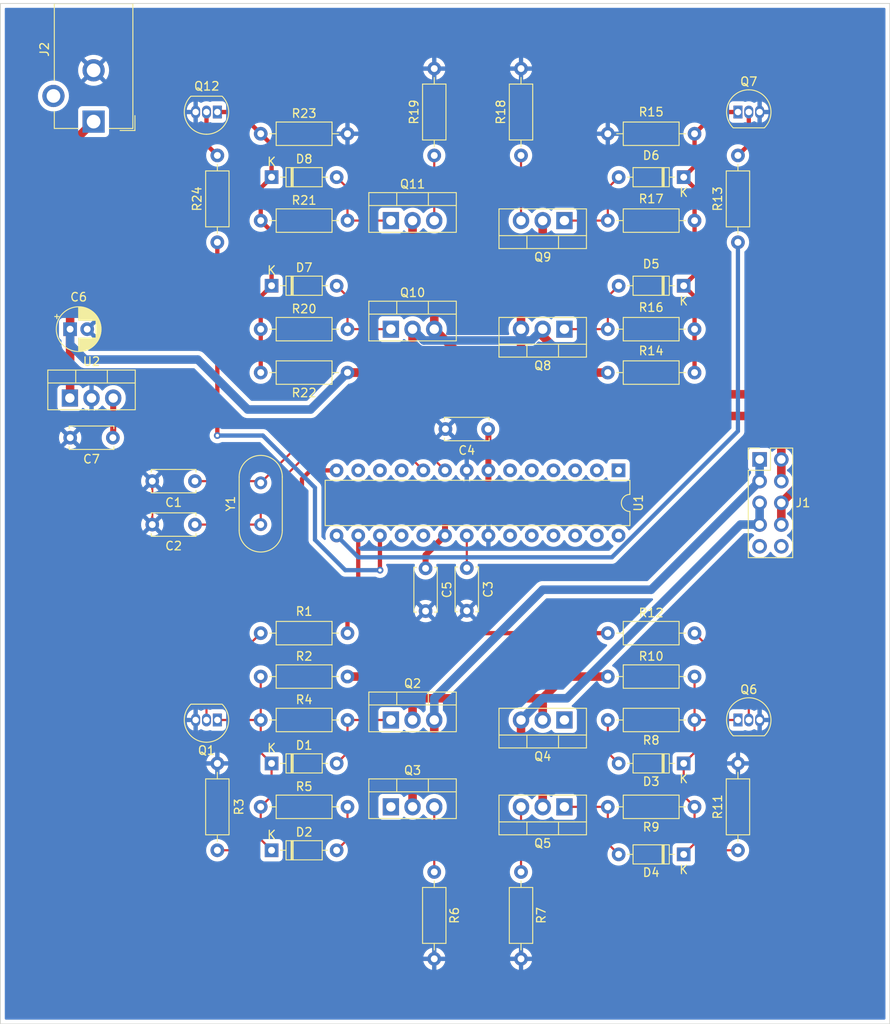
<source format=kicad_pcb>
(kicad_pcb (version 20211014) (generator pcbnew)
  (layers (0 "F.Cu" signal) (31 "B.Cu" signal) (34 "B.Paste" user) (35 "F.Paste" user) (36 "B.SilkS" user "B.Silkscreen") (37 "F.SilkS" user "F.Silkscreen") (38 "B.Mask" user) (39 "F.Mask" user) (44 "Edge.Cuts" user))
  (net 0 "")
  (net 1 "Net-(C1-Pad1)")
  (net 2 "GND")
  (net 3 "Net-(C2-Pad1)")
  (net 4 "Net-(C3-Pad1)")
  (net 5 "+5V")
  (net 6 "+12V")
  (net 7 "Net-(D1-Pad1)")
  (net 8 "Net-(D1-Pad2)")
  (net 9 "Net-(D2-Pad2)")
  (net 10 "Net-(D3-Pad1)")
  (net 11 "Net-(D3-Pad2)")
  (net 12 "Net-(D4-Pad2)")
  (net 13 "Net-(D5-Pad1)")
  (net 14 "Net-(D5-Pad2)")
  (net 15 "Net-(D6-Pad2)")
  (net 16 "Net-(D7-Pad1)")
  (net 17 "Net-(D7-Pad2)")
  (net 18 "Net-(D8-Pad2)")
  (net 19 "Net-(Q1-Pad2)")
  (net 20 "BLACK_1")
  (net 21 "Net-(Q3-Pad3)")
  (net 22 "GREY_1")
  (net 23 "Net-(Q5-Pad3)")
  (net 24 "Net-(Q6-Pad2)")
  (net 25 "Net-(Q7-Pad2)")
  (net 26 "Net-(Q9-Pad3)")
  (net 27 "Net-(Q11-Pad3)")
  (net 28 "Net-(Q12-Pad2)")
  (net 29 "/D8")
  (net 30 "/D10")
  (net 31 "/D9")
  (net 32 "/D11")
  (net 33 "/RESET")
  (net 34 "/D0")
  (net 35 "/D1")
  (net 36 "/D2")
  (net 37 "/D3")
  (net 38 "/D4")
  (net 39 "/D5")
  (net 40 "/D6")
  (net 41 "/D7")
  (net 42 "/D12")
  (net 43 "/D13")
  (net 44 "/A0")
  (net 45 "/A1")
  (net 46 "/A2")
  (net 47 "/A3")
  (net 48 "/A4")
  (net 49 "/A5")
  (footprint "Diode_THT:D_DO-35_SOD27_P7.62mm_Horizontal" (layer "F.Cu") (at 97.79 55.88)
    (fp_text reference "D7" (at 3.81 -2.12) (layer "F.SilkS"))
    (fp_text value "1N4148")
    (fp_text user "K" (at 0 -1.8) (layer "F.SilkS"))
    (pad "1" thru_hole rect (at 0 0) (size 1.6 1.6) (drill 0.8) (layers *.Cu *.Mask) (net 16 "Net-(D7-Pad1)"))
    (pad "2" thru_hole oval (at 7.62 0) (size 1.6 1.6) (drill 0.8) (layers *.Cu *.Mask) (net 17 "Net-(D7-Pad2)"))
  )
  (footprint "Diode_THT:D_DO-35_SOD27_P7.62mm_Horizontal" (layer "F.Cu") (at 97.79 43.18)
    (fp_text reference "D8" (at 3.81 -2.12) (layer "F.SilkS"))
    (fp_text value "1N4148")
    (fp_text user "K" (at 0 -1.8) (layer "F.SilkS"))
    (pad "1" thru_hole rect (at 0 0) (size 1.6 1.6) (drill 0.8) (layers *.Cu *.Mask) (net 16 "Net-(D7-Pad1)"))
    (pad "2" thru_hole oval (at 7.62 0) (size 1.6 1.6) (drill 0.8) (layers *.Cu *.Mask) (net 18 "Net-(D8-Pad2)"))
  )
  (footprint "Resistor_THT:R_Axial_DIN0207_L6.3mm_D2.5mm_P10.16mm_Horizontal" (layer "F.Cu") (at 116.84 40.64 90)
    (fp_text reference "R19" (at 5.08 -2.37 90) (layer "F.SilkS"))
    (fp_text value "10")
    (pad "1" thru_hole circle (at 0 0 90) (size 1.6 1.6) (drill 0.8) (layers *.Cu *.Mask) (net 27 "Net-(Q11-Pad3)"))
    (pad "2" thru_hole oval (at 10.16 0 90) (size 1.6 1.6) (drill 0.8) (layers *.Cu *.Mask) (net 2 "GND"))
  )
  (footprint "Package_TO_SOT_THT:TO-92_Inline" (layer "F.Cu") (at 152.4 35.56)
    (fp_text reference "Q7" (at 1.27 -3.56) (layer "F.SilkS"))
    (fp_text value "BC548")
    (pad "1" thru_hole rect (at 0 0) (size 1.05 1.5) (drill 0.75) (layers *.Cu *.Mask) (net 13 "Net-(D5-Pad1)"))
    (pad "2" thru_hole oval (at 1.27 0) (size 1.05 1.5) (drill 0.75) (layers *.Cu *.Mask) (net 25 "Net-(Q7-Pad2)"))
    (pad "3" thru_hole oval (at 2.54 0) (size 1.05 1.5) (drill 0.75) (layers *.Cu *.Mask) (net 2 "GND"))
  )
  (footprint "Resistor_THT:R_Axial_DIN0207_L6.3mm_D2.5mm_P10.16mm_Horizontal" (layer "F.Cu") (at 106.68 66.04 180)
    (fp_text reference "R22" (at 5.08 -2.37) (layer "F.SilkS"))
    (fp_text value "10K")
    (pad "1" thru_hole circle (at 0 0 180) (size 1.6 1.6) (drill 0.8) (layers *.Cu *.Mask) (net 6 "+12V"))
    (pad "2" thru_hole oval (at 10.16 0 180) (size 1.6 1.6) (drill 0.8) (layers *.Cu *.Mask) (net 16 "Net-(D7-Pad1)"))
  )
  (footprint "Diode_THT:D_DO-35_SOD27_P7.62mm_Horizontal" (layer "F.Cu") (at 97.79 121.92)
    (fp_text reference "D2" (at 3.81 -2.12) (layer "F.SilkS"))
    (fp_text value "1N4148")
    (fp_text user "K" (at 0 -1.8) (layer "F.SilkS"))
    (pad "1" thru_hole rect (at 0 0) (size 1.6 1.6) (drill 0.8) (layers *.Cu *.Mask) (net 7 "Net-(D1-Pad1)"))
    (pad "2" thru_hole oval (at 7.62 0) (size 1.6 1.6) (drill 0.8) (layers *.Cu *.Mask) (net 9 "Net-(D2-Pad2)"))
  )
  (footprint "Package_TO_SOT_THT:TO-220-3_Vertical" (layer "F.Cu") (at 111.76 116.84)
    (fp_text reference "Q3" (at 2.54 -4.27) (layer "F.SilkS"))
    (fp_text value "IRF540N")
    (pad "1" thru_hole rect (at 0 0) (size 1.905 2) (drill 1.1) (layers *.Cu *.Mask) (net 9 "Net-(D2-Pad2)"))
    (pad "2" thru_hole oval (at 2.54 0) (size 1.905 2) (drill 1.1) (layers *.Cu *.Mask) (net 20 "BLACK_1"))
    (pad "3" thru_hole oval (at 5.08 0) (size 1.905 2) (drill 1.1) (layers *.Cu *.Mask) (net 21 "Net-(Q3-Pad3)"))
  )
  (footprint "Package_TO_SOT_THT:TO-92_Inline" (layer "F.Cu") (at 152.4 106.68)
    (fp_text reference "Q6" (at 1.27 -3.56) (layer "F.SilkS"))
    (fp_text value "BC548")
    (pad "1" thru_hole rect (at 0 0) (size 1.05 1.5) (drill 0.75) (layers *.Cu *.Mask) (net 10 "Net-(D3-Pad1)"))
    (pad "2" thru_hole oval (at 1.27 0) (size 1.05 1.5) (drill 0.75) (layers *.Cu *.Mask) (net 24 "Net-(Q6-Pad2)"))
    (pad "3" thru_hole oval (at 2.54 0) (size 1.05 1.5) (drill 0.75) (layers *.Cu *.Mask) (net 2 "GND"))
  )
  (footprint "Resistor_THT:R_Axial_DIN0207_L6.3mm_D2.5mm_P10.16mm_Horizontal" (layer "F.Cu") (at 96.52 116.84)
    (fp_text reference "R5" (at 5.08 -2.37) (layer "F.SilkS"))
    (fp_text value "100")
    (pad "1" thru_hole circle (at 0 0) (size 1.6 1.6) (drill 0.8) (layers *.Cu *.Mask) (net 7 "Net-(D1-Pad1)"))
    (pad "2" thru_hole oval (at 10.16 0) (size 1.6 1.6) (drill 0.8) (layers *.Cu *.Mask) (net 9 "Net-(D2-Pad2)"))
  )
  (footprint "Capacitor_THT:CP_Radial_D5.0mm_P2.00mm" (layer "F.Cu") (at 74.2 60.96)
    (fp_text reference "C6" (at 1 -3.75) (layer "F.SilkS"))
    (fp_text value "330n")
    (pad "1" thru_hole rect (at 0 0) (size 1.6 1.6) (drill 0.8) (layers *.Cu *.Mask) (net 6 "+12V"))
    (pad "2" thru_hole circle (at 2 0) (size 1.6 1.6) (drill 0.8) (layers *.Cu *.Mask) (net 2 "GND"))
  )
  (footprint "Resistor_THT:R_Axial_DIN0207_L6.3mm_D2.5mm_P10.16mm_Horizontal" (layer "F.Cu") (at 147.32 48.26 180)
    (fp_text reference "R17" (at 5.08 2.54) (layer "F.SilkS"))
    (fp_text value "100")
    (pad "1" thru_hole circle (at 0 0 180) (size 1.6 1.6) (drill 0.8) (layers *.Cu *.Mask) (net 13 "Net-(D5-Pad1)"))
    (pad "2" thru_hole oval (at 10.16 0 180) (size 1.6 1.6) (drill 0.8) (layers *.Cu *.Mask) (net 15 "Net-(D6-Pad2)"))
  )
  (footprint "Package_TO_SOT_THT:TO-220-3_Vertical" (layer "F.Cu") (at 132.08 60.96 180)
    (fp_text reference "Q8" (at 2.54 -4.27) (layer "F.SilkS"))
    (fp_text value "IRF9540N")
    (pad "1" thru_hole rect (at 0 0 180) (size 1.905 2) (drill 1.1) (layers *.Cu *.Mask) (net 14 "Net-(D5-Pad2)"))
    (pad "2" thru_hole oval (at 2.54 0 180) (size 1.905 2) (drill 1.1) (layers *.Cu *.Mask) (net 6 "+12V"))
    (pad "3" thru_hole oval (at 5.08 0 180) (size 1.905 2) (drill 1.1) (layers *.Cu *.Mask) (net 6 "+12V"))
  )
  (footprint "Resistor_THT:R_Axial_DIN0207_L6.3mm_D2.5mm_P10.16mm_Horizontal" (layer "F.Cu") (at 137.16 101.6)
    (fp_text reference "R10" (at 5.08 -2.37) (layer "F.SilkS"))
    (fp_text value "10K")
    (pad "1" thru_hole circle (at 0 0) (size 1.6 1.6) (drill 0.8) (layers *.Cu *.Mask) (net 6 "+12V"))
    (pad "2" thru_hole oval (at 10.16 0) (size 1.6 1.6) (drill 0.8) (layers *.Cu *.Mask) (net 10 "Net-(D3-Pad1)"))
  )
  (footprint "Capacitor_THT:C_Disc_D5.0mm_W2.5mm_P5.00mm" (layer "F.Cu") (at 120.65 88.9 -90)
    (fp_text reference "C3" (at 2.5 -2.5 90) (layer "F.SilkS"))
    (fp_text value "100n")
    (pad "1" thru_hole circle (at 0 0 270) (size 1.6 1.6) (drill 0.8) (layers *.Cu *.Mask) (net 4 "Net-(C3-Pad1)"))
    (pad "2" thru_hole circle (at 5 0 270) (size 1.6 1.6) (drill 0.8) (layers *.Cu *.Mask) (net 2 "GND"))
  )
  (footprint "Package_TO_SOT_THT:TO-220-3_Vertical" (layer "F.Cu") (at 111.76 48.26)
    (fp_text reference "Q11" (at 2.54 -4.27) (layer "F.SilkS"))
    (fp_text value "IRF540N")
    (pad "1" thru_hole rect (at 0 0) (size 1.905 2) (drill 1.1) (layers *.Cu *.Mask) (net 18 "Net-(D8-Pad2)"))
    (pad "2" thru_hole oval (at 2.54 0) (size 1.905 2) (drill 1.1) (layers *.Cu *.Mask) (net 6 "+12V"))
    (pad "3" thru_hole oval (at 5.08 0) (size 1.905 2) (drill 1.1) (layers *.Cu *.Mask) (net 27 "Net-(Q11-Pad3)"))
  )
  (footprint "Resistor_THT:R_Axial_DIN0207_L6.3mm_D2.5mm_P10.16mm_Horizontal" (layer "F.Cu") (at 127 124.46 -90)
    (fp_text reference "R7" (at 5.08 -2.37 90) (layer "F.SilkS"))
    (fp_text value "10")
    (pad "1" thru_hole circle (at 0 0 270) (size 1.6 1.6) (drill 0.8) (layers *.Cu *.Mask) (net 23 "Net-(Q5-Pad3)"))
    (pad "2" thru_hole oval (at 10.16 0 270) (size 1.6 1.6) (drill 0.8) (layers *.Cu *.Mask) (net 2 "GND"))
  )
  (footprint "Resistor_THT:R_Axial_DIN0207_L6.3mm_D2.5mm_P10.16mm_Horizontal" (layer "F.Cu") (at 127 40.64 90)
    (fp_text reference "R18" (at 5.08 -2.37 90) (layer "F.SilkS"))
    (fp_text value "10")
    (pad "1" thru_hole circle (at 0 0 90) (size 1.6 1.6) (drill 0.8) (layers *.Cu *.Mask) (net 26 "Net-(Q9-Pad3)"))
    (pad "2" thru_hole oval (at 10.16 0 90) (size 1.6 1.6) (drill 0.8) (layers *.Cu *.Mask) (net 2 "GND"))
  )
  (footprint "Package_TO_SOT_THT:TO-92_Inline" (layer "F.Cu") (at 91.44 35.56 180)
    (fp_text reference "Q12" (at 1.236543 3.023685) (layer "F.SilkS"))
    (fp_text value "BC548")
    (pad "1" thru_hole rect (at 0 0 180) (size 1.05 1.5) (drill 0.75) (layers *.Cu *.Mask) (net 16 "Net-(D7-Pad1)"))
    (pad "2" thru_hole oval (at 1.27 0 180) (size 1.05 1.5) (drill 0.75) (layers *.Cu *.Mask) (net 28 "Net-(Q12-Pad2)"))
    (pad "3" thru_hole oval (at 2.54 0 180) (size 1.05 1.5) (drill 0.75) (layers *.Cu *.Mask) (net 2 "GND"))
  )
  (footprint "Resistor_THT:R_Axial_DIN0207_L6.3mm_D2.5mm_P10.16mm_Horizontal" (layer "F.Cu") (at 96.52 38.1)
    (fp_text reference "R23" (at 5.08 -2.37) (layer "F.SilkS"))
    (fp_text value "1Meg")
    (pad "1" thru_hole circle (at 0 0) (size 1.6 1.6) (drill 0.8) (layers *.Cu *.Mask) (net 16 "Net-(D7-Pad1)"))
    (pad "2" thru_hole oval (at 10.16 0) (size 1.6 1.6) (drill 0.8) (layers *.Cu *.Mask) (net 2 "GND"))
  )
  (footprint "Resistor_THT:R_Axial_DIN0207_L6.3mm_D2.5mm_P10.16mm_Horizontal" (layer "F.Cu") (at 147.32 116.84 180)
    (fp_text reference "R9" (at 5.08 -2.37) (layer "F.SilkS"))
    (fp_text value "100")
    (pad "1" thru_hole circle (at 0 0 180) (size 1.6 1.6) (drill 0.8) (layers *.Cu *.Mask) (net 10 "Net-(D3-Pad1)"))
    (pad "2" thru_hole oval (at 10.16 0 180) (size 1.6 1.6) (drill 0.8) (layers *.Cu *.Mask) (net 12 "Net-(D4-Pad2)"))
  )
  (footprint "Package_TO_SOT_THT:TO-92_Inline" (layer "F.Cu") (at 91.44 106.68 180)
    (fp_text reference "Q1" (at 1.27 -3.56) (layer "F.SilkS"))
    (fp_text value "BC548")
    (pad "1" thru_hole rect (at 0 0 180) (size 1.05 1.5) (drill 0.75) (layers *.Cu *.Mask) (net 7 "Net-(D1-Pad1)"))
    (pad "2" thru_hole oval (at 1.27 0 180) (size 1.05 1.5) (drill 0.75) (layers *.Cu *.Mask) (net 19 "Net-(Q1-Pad2)"))
    (pad "3" thru_hole oval (at 2.54 0 180) (size 1.05 1.5) (drill 0.75) (layers *.Cu *.Mask) (net 2 "GND"))
  )
  (footprint "Capacitor_THT:C_Disc_D5.0mm_W2.5mm_P5.00mm" (layer "F.Cu") (at 88.82 83.82 180)
    (fp_text reference "C2" (at 2.5 -2.5) (layer "F.SilkS"))
    (fp_text value "22p")
    (pad "1" thru_hole circle (at 0 0 180) (size 1.6 1.6) (drill 0.8) (layers *.Cu *.Mask) (net 3 "Net-(C2-Pad1)"))
    (pad "2" thru_hole circle (at 5 0 180) (size 1.6 1.6) (drill 0.8) (layers *.Cu *.Mask) (net 2 "GND"))
  )
  (footprint "Capacitor_THT:C_Disc_D5.0mm_W2.5mm_P5.00mm" (layer "F.Cu") (at 79.208 73.66 180)
    (fp_text reference "C7" (at 2.5 -2.5) (layer "F.SilkS"))
    (fp_text value "100n")
    (pad "1" thru_hole circle (at 0 0 180) (size 1.6 1.6) (drill 0.8) (layers *.Cu *.Mask) (net 5 "+5V"))
    (pad "2" thru_hole circle (at 5 0 180) (size 1.6 1.6) (drill 0.8) (layers *.Cu *.Mask) (net 2 "GND"))
  )
  (footprint "Connector_PinHeader_2.54mm:PinHeader_2x05_P2.54mm_Vertical" (layer "F.Cu") (at 154.94 76.2)
    (fp_text reference "J1" (at 5.08 5.08) (layer "F.SilkS"))
    (fp_text value "Conn_02x05_Odd_Even")
    (pad "1" thru_hole rect (at 0 0) (size 1.7 1.7) (drill 1) (layers *.Cu *.Mask) (net 20 "BLACK_1"))
    (pad "2" thru_hole oval (at 2.54 0) (size 1.7 1.7) (drill 1) (layers *.Cu *.Mask) (net 6 "+12V"))
    (pad "3" thru_hole oval (at 0 2.54) (size 1.7 1.7) (drill 1) (layers *.Cu *.Mask) (net 20 "BLACK_1"))
    (pad "4" thru_hole oval (at 2.54 2.54) (size 1.7 1.7) (drill 1) (layers *.Cu *.Mask) (net 6 "+12V"))
    (pad "5" thru_hole oval (at 0 5.08) (size 1.7 1.7) (drill 1) (layers *.Cu *.Mask) (net 22 "GREY_1"))
    (pad "6" thru_hole oval (at 2.54 5.08) (size 1.7 1.7) (drill 1) (layers *.Cu *.Mask) (net 6 "+12V"))
    (pad "7" thru_hole oval (at 0 7.62) (size 1.7 1.7) (drill 1) (layers *.Cu *.Mask) (net 22 "GREY_1"))
    (pad "8" thru_hole oval (at 2.54 7.62) (size 1.7 1.7) (drill 1) (layers *.Cu *.Mask) (net 6 "+12V"))
    (pad "9" thru_hole oval (at 0 10.16) (size 1.7 1.7) (drill 1) (layers *.Cu *.Mask))
    (pad "10" thru_hole oval (at 2.54 10.16) (size 1.7 1.7) (drill 1) (layers *.Cu *.Mask))
  )
  (footprint "Package_TO_SOT_THT:TO-220-3_Vertical" (layer "F.Cu") (at 132.08 106.68 180)
    (fp_text reference "Q4" (at 2.54 -4.27) (layer "F.SilkS"))
    (fp_text value "IRF9540N")
    (pad "1" thru_hole rect (at 0 0 180) (size 1.905 2) (drill 1.1) (layers *.Cu *.Mask) (net 11 "Net-(D3-Pad2)"))
    (pad "2" thru_hole oval (at 2.54 0 180) (size 1.905 2) (drill 1.1) (layers *.Cu *.Mask) (net 6 "+12V"))
    (pad "3" thru_hole oval (at 5.08 0 180) (size 1.905 2) (drill 1.1) (layers *.Cu *.Mask) (net 22 "GREY_1"))
  )
  (footprint "Package_TO_SOT_THT:TO-220-3_Vertical" (layer "F.Cu") (at 111.76 60.96)
    (fp_text reference "Q10" (at 2.54 -4.27) (layer "F.SilkS"))
    (fp_text value "IRF9540N")
    (pad "1" thru_hole rect (at 0 0) (size 1.905 2) (drill 1.1) (layers *.Cu *.Mask) (net 17 "Net-(D7-Pad2)"))
    (pad "2" thru_hole oval (at 2.54 0) (size 1.905 2) (drill 1.1) (layers *.Cu *.Mask) (net 6 "+12V"))
    (pad "3" thru_hole oval (at 5.08 0) (size 1.905 2) (drill 1.1) (layers *.Cu *.Mask) (net 6 "+12V"))
  )
  (footprint "Resistor_THT:R_Axial_DIN0207_L6.3mm_D2.5mm_P10.16mm_Horizontal" (layer "F.Cu") (at 91.44 121.92 90)
    (fp_text reference "R3" (at 5.08 2.54 90) (layer "F.SilkS"))
    (fp_text value "1Meg")
    (pad "1" thru_hole circle (at 0 0 90) (size 1.6 1.6) (drill 0.8) (layers *.Cu *.Mask) (net 7 "Net-(D1-Pad1)"))
    (pad "2" thru_hole oval (at 10.16 0 90) (size 1.6 1.6) (drill 0.8) (layers *.Cu *.Mask) (net 2 "GND"))
  )
  (footprint "Resistor_THT:R_Axial_DIN0207_L6.3mm_D2.5mm_P10.16mm_Horizontal" (layer "F.Cu") (at 96.52 106.68)
    (fp_text reference "R4" (at 5.08 -2.37) (layer "F.SilkS"))
    (fp_text value "100")
    (pad "1" thru_hole circle (at 0 0) (size 1.6 1.6) (drill 0.8) (layers *.Cu *.Mask) (net 7 "Net-(D1-Pad1)"))
    (pad "2" thru_hole oval (at 10.16 0) (size 1.6 1.6) (drill 0.8) (layers *.Cu *.Mask) (net 8 "Net-(D1-Pad2)"))
  )
  (footprint "Resistor_THT:R_Axial_DIN0207_L6.3mm_D2.5mm_P10.16mm_Horizontal" (layer "F.Cu") (at 91.44 50.8 90)
    (fp_text reference "R24" (at 5.08 -2.37 90) (layer "F.SilkS"))
    (fp_text value "22K")
    (pad "1" thru_hole circle (at 0 0 90) (size 1.6 1.6) (drill 0.8) (layers *.Cu *.Mask) (net 32 "/D11"))
    (pad "2" thru_hole oval (at 10.16 0 90) (size 1.6 1.6) (drill 0.8) (layers *.Cu *.Mask) (net 28 "Net-(Q12-Pad2)"))
  )
  (footprint "Diode_THT:D_DO-35_SOD27_P7.62mm_Horizontal" (layer "F.Cu") (at 146.05 111.76 180)
    (fp_text reference "D3" (at 3.81 -2.12) (layer "F.SilkS"))
    (fp_text value "1N4148")
    (fp_text user "K" (at 0 -1.8) (layer "F.SilkS"))
    (pad "1" thru_hole rect (at 0 0 180) (size 1.6 1.6) (drill 0.8) (layers *.Cu *.Mask) (net 10 "Net-(D3-Pad1)"))
    (pad "2" thru_hole oval (at 7.62 0 180) (size 1.6 1.6) (drill 0.8) (layers *.Cu *.Mask) (net 11 "Net-(D3-Pad2)"))
  )
  (footprint "Resistor_THT:R_Axial_DIN0207_L6.3mm_D2.5mm_P10.16mm_Horizontal" (layer "F.Cu") (at 147.32 106.68 180)
    (fp_text reference "R8" (at 5.08 -2.37) (layer "F.SilkS"))
    (fp_text value "100")
    (pad "1" thru_hole circle (at 0 0 180) (size 1.6 1.6) (drill 0.8) (layers *.Cu *.Mask) (net 10 "Net-(D3-Pad1)"))
    (pad "2" thru_hole oval (at 10.16 0 180) (size 1.6 1.6) (drill 0.8) (layers *.Cu *.Mask) (net 11 "Net-(D3-Pad2)"))
  )
  (footprint "Resistor_THT:R_Axial_DIN0207_L6.3mm_D2.5mm_P10.16mm_Horizontal" (layer "F.Cu") (at 96.52 48.26)
    (fp_text reference "R21" (at 5.08 -2.37) (layer "F.SilkS"))
    (fp_text value "100")
    (pad "1" thru_hole circle (at 0 0) (size 1.6 1.6) (drill 0.8) (layers *.Cu *.Mask) (net 16 "Net-(D7-Pad1)"))
    (pad "2" thru_hole oval (at 10.16 0) (size 1.6 1.6) (drill 0.8) (layers *.Cu *.Mask) (net 18 "Net-(D8-Pad2)"))
  )
  (footprint "Package_TO_SOT_THT:TO-220-3_Vertical" (layer "F.Cu") (at 111.76 106.68)
    (fp_text reference "Q2" (at 2.54 -4.27) (layer "F.SilkS"))
    (fp_text value "IRF9540N")
    (pad "1" thru_hole rect (at 0 0) (size 1.905 2) (drill 1.1) (layers *.Cu *.Mask) (net 8 "Net-(D1-Pad2)"))
    (pad "2" thru_hole oval (at 2.54 0) (size 1.905 2) (drill 1.1) (layers *.Cu *.Mask) (net 6 "+12V"))
    (pad "3" thru_hole oval (at 5.08 0) (size 1.905 2) (drill 1.1) (layers *.Cu *.Mask) (net 20 "BLACK_1"))
  )
  (footprint "Diode_THT:D_DO-35_SOD27_P7.62mm_Horizontal" (layer "F.Cu") (at 97.79 111.76)
    (fp_text reference "D1" (at 3.81 -2.12) (layer "F.SilkS"))
    (fp_text value "1N4148")
    (fp_text user "K" (at 0 -1.8) (layer "F.SilkS"))
    (pad "1" thru_hole rect (at 0 0) (size 1.6 1.6) (drill 0.8) (layers *.Cu *.Mask) (net 7 "Net-(D1-Pad1)"))
    (pad "2" thru_hole oval (at 7.62 0) (size 1.6 1.6) (drill 0.8) (layers *.Cu *.Mask) (net 8 "Net-(D1-Pad2)"))
  )
  (footprint "Resistor_THT:R_Axial_DIN0207_L6.3mm_D2.5mm_P10.16mm_Horizontal" (layer "F.Cu") (at 152.4 50.8 90)
    (fp_text reference "R13" (at 5.08 -2.37 90) (layer "F.SilkS"))
    (fp_text value "22K")
    (pad "1" thru_hole circle (at 0 0 90) (size 1.6 1.6) (drill 0.8) (layers *.Cu *.Mask) (net 31 "/D9"))
    (pad "2" thru_hole oval (at 10.16 0 90) (size 1.6 1.6) (drill 0.8) (layers *.Cu *.Mask) (net 25 "Net-(Q7-Pad2)"))
  )
  (footprint "Resistor_THT:R_Axial_DIN0207_L6.3mm_D2.5mm_P10.16mm_Horizontal" (layer "F.Cu") (at 147.32 60.96 180)
    (fp_text reference "R16" (at 5.08 2.54) (layer "F.SilkS"))
    (fp_text value "100")
    (pad "1" thru_hole circle (at 0 0 180) (size 1.6 1.6) (drill 0.8) (layers *.Cu *.Mask) (net 13 "Net-(D5-Pad1)"))
    (pad "2" thru_hole oval (at 10.16 0 180) (size 1.6 1.6) (drill 0.8) (layers *.Cu *.Mask) (net 14 "Net-(D5-Pad2)"))
  )
  (footprint "Capacitor_THT:C_Disc_D5.0mm_W2.5mm_P5.00mm" (layer "F.Cu") (at 123.15 72.644 180)
    (fp_text reference "C4" (at 2.5 -2.5) (layer "F.SilkS"))
    (fp_text value "100n")
    (pad "1" thru_hole circle (at 0 0 180) (size 1.6 1.6) (drill 0.8) (layers *.Cu *.Mask) (net 5 "+5V"))
    (pad "2" thru_hole circle (at 5 0 180) (size 1.6 1.6) (drill 0.8) (layers *.Cu *.Mask) (net 2 "GND"))
  )
  (footprint "Resistor_THT:R_Axial_DIN0207_L6.3mm_D2.5mm_P10.16mm_Horizontal" (layer "F.Cu") (at 96.52 60.96)
    (fp_text reference "R20" (at 5.08 -2.37) (layer "F.SilkS"))
    (fp_text value "100")
    (pad "1" thru_hole circle (at 0 0) (size 1.6 1.6) (drill 0.8) (layers *.Cu *.Mask) (net 16 "Net-(D7-Pad1)"))
    (pad "2" thru_hole oval (at 10.16 0) (size 1.6 1.6) (drill 0.8) (layers *.Cu *.Mask) (net 17 "Net-(D7-Pad2)"))
  )
  (footprint "Resistor_THT:R_Axial_DIN0207_L6.3mm_D2.5mm_P10.16mm_Horizontal" (layer "F.Cu") (at 96.52 101.6)
    (fp_text reference "R2" (at 5.08 -2.37) (layer "F.SilkS"))
    (fp_text value "10K")
    (pad "1" thru_hole circle (at 0 0) (size 1.6 1.6) (drill 0.8) (layers *.Cu *.Mask) (net 7 "Net-(D1-Pad1)"))
    (pad "2" thru_hole oval (at 10.16 0) (size 1.6 1.6) (drill 0.8) (layers *.Cu *.Mask) (net 6 "+12V"))
  )
  (footprint "Capacitor_THT:C_Disc_D5.0mm_W2.5mm_P5.00mm" (layer "F.Cu") (at 115.824 88.94 -90)
    (fp_text reference "C5" (at 2.5 -2.5 -270) (layer "F.SilkS"))
    (fp_text value "100n")
    (pad "1" thru_hole circle (at 0 0 270) (size 1.6 1.6) (drill 0.8) (layers *.Cu *.Mask) (net 5 "+5V"))
    (pad "2" thru_hole circle (at 5 0 270) (size 1.6 1.6) (drill 0.8) (layers *.Cu *.Mask) (net 2 "GND"))
  )
  (footprint "Diode_THT:D_DO-35_SOD27_P7.62mm_Horizontal" (layer "F.Cu") (at 146.05 122.4 180)
    (fp_text reference "D4" (at 3.81 -2.12) (layer "F.SilkS"))
    (fp_text value "1N4148")
    (fp_text user "K" (at 0 -1.8) (layer "F.SilkS"))
    (pad "1" thru_hole rect (at 0 0 180) (size 1.6 1.6) (drill 0.8) (layers *.Cu *.Mask) (net 10 "Net-(D3-Pad1)"))
    (pad "2" thru_hole oval (at 7.62 0 180) (size 1.6 1.6) (drill 0.8) (layers *.Cu *.Mask) (net 12 "Net-(D4-Pad2)"))
  )
  (footprint "Capacitor_THT:C_Disc_D5.0mm_W2.5mm_P5.00mm" (layer "F.Cu") (at 88.82 78.74 180)
    (fp_text reference "C1" (at 2.5 -2.5) (layer "F.SilkS"))
    (fp_text value "22p")
    (pad "1" thru_hole circle (at 0 0 180) (size 1.6 1.6) (drill 0.8) (layers *.Cu *.Mask) (net 1 "Net-(C1-Pad1)"))
    (pad "2" thru_hole circle (at 5 0 180) (size 1.6 1.6) (drill 0.8) (layers *.Cu *.Mask) (net 2 "GND"))
  )
  (footprint "Resistor_THT:R_Axial_DIN0207_L6.3mm_D2.5mm_P10.16mm_Horizontal" (layer "F.Cu") (at 147.32 66.04 180)
    (fp_text reference "R14" (at 5.08 2.54) (layer "F.SilkS"))
    (fp_text value "10K")
    (pad "1" thru_hole circle (at 0 0 180) (size 1.6 1.6) (drill 0.8) (layers *.Cu *.Mask) (net 13 "Net-(D5-Pad1)"))
    (pad "2" thru_hole oval (at 10.16 0 180) (size 1.6 1.6) (drill 0.8) (layers *.Cu *.Mask) (net 6 "+12V"))
  )
  (footprint "Resistor_THT:R_Axial_DIN0207_L6.3mm_D2.5mm_P10.16mm_Horizontal" (layer "F.Cu") (at 106.68 96.52 180)
    (fp_text reference "R1" (at 5.08 2.54) (layer "F.SilkS"))
    (fp_text value "22K")
    (pad "1" thru_hole circle (at 0 0 180) (size 1.6 1.6) (drill 0.8) (layers *.Cu *.Mask) (net 29 "/D8"))
    (pad "2" thru_hole oval (at 10.16 0 180) (size 1.6 1.6) (drill 0.8) (layers *.Cu *.Mask) (net 19 "Net-(Q1-Pad2)"))
  )
  (footprint "Resistor_THT:R_Axial_DIN0207_L6.3mm_D2.5mm_P10.16mm_Horizontal" (layer "F.Cu") (at 152.4 121.92 90)
    (fp_text reference "R11" (at 5.08 -2.37 90) (layer "F.SilkS"))
    (fp_text value "1Meg")
    (pad "1" thru_hole circle (at 0 0 90) (size 1.6 1.6) (drill 0.8) (layers *.Cu *.Mask) (net 10 "Net-(D3-Pad1)"))
    (pad "2" thru_hole oval (at 10.16 0 90) (size 1.6 1.6) (drill 0.8) (layers *.Cu *.Mask) (net 2 "GND"))
  )
  (footprint "Package_TO_SOT_THT:TO-220-3_Vertical" (layer "F.Cu") (at 74.168 69.017)
    (fp_text reference "U2" (at 2.54 -4.27) (layer "F.SilkS"))
    (fp_text value "L7805")
    (pad "1" thru_hole rect (at 0 0) (size 1.905 2) (drill 1.1) (layers *.Cu *.Mask) (net 6 "+12V"))
    (pad "2" thru_hole oval (at 2.54 0) (size 1.905 2) (drill 1.1) (layers *.Cu *.Mask) (net 2 "GND"))
    (pad "3" thru_hole oval (at 5.08 0) (size 1.905 2) (drill 1.1) (layers *.Cu *.Mask) (net 5 "+5V"))
  )
  (footprint "Resistor_THT:R_Axial_DIN0207_L6.3mm_D2.5mm_P10.16mm_Horizontal" (layer "F.Cu") (at 116.84 124.46 -90)
    (fp_text reference "R6" (at 5.08 -2.37 90) (layer "F.SilkS"))
    (fp_text value "10")
    (pad "1" thru_hole circle (at 0 0 270) (size 1.6 1.6) (drill 0.8) (layers *.Cu *.Mask) (net 21 "Net-(Q3-Pad3)"))
    (pad "2" thru_hole oval (at 10.16 0 270) (size 1.6 1.6) (drill 0.8) (layers *.Cu *.Mask) (net 2 "GND"))
  )
  (footprint "Package_DIP:DIP-28_W7.62mm" (layer "F.Cu") (at 138.42 77.48 -90)
    (fp_text reference "U1" (at 3.81 -2.33 90) (layer "F.SilkS"))
    (fp_text value "ATmega328P-P")
    (pad "1" thru_hole rect (at 0 0 270) (size 1.6 1.6) (drill 0.8) (layers *.Cu *.Mask) (net 33 "/RESET"))
    (pad "2" thru_hole oval (at 0 2.54 270) (size 1.6 1.6) (drill 0.8) (layers *.Cu *.Mask) (net 34 "/D0"))
    (pad "3" thru_hole oval (at 0 5.08 270) (size 1.6 1.6) (drill 0.8) (layers *.Cu *.Mask) (net 35 "/D1"))
    (pad "4" thru_hole oval (at 0 7.62 270) (size 1.6 1.6) (drill 0.8) (layers *.Cu *.Mask) (net 36 "/D2"))
    (pad "5" thru_hole oval (at 0 10.16 270) (size 1.6 1.6) (drill 0.8) (layers *.Cu *.Mask) (net 37 "/D3"))
    (pad "6" thru_hole oval (at 0 12.7 270) (size 1.6 1.6) (drill 0.8) (layers *.Cu *.Mask) (net 38 "/D4"))
    (pad "7" thru_hole oval (at 0 15.24 270) (size 1.6 1.6) (drill 0.8) (layers *.Cu *.Mask) (net 5 "+5V"))
    (pad "8" thru_hole oval (at 0 17.78 270) (size 1.6 1.6) (drill 0.8) (layers *.Cu *.Mask) (net 2 "GND"))
    (pad "9" thru_hole oval (at 0 20.32 270) (size 1.6 1.6) (drill 0.8) (layers *.Cu *.Mask) (net 1 "Net-(C1-Pad1)"))
    (pad "10" thru_hole oval (at 0 22.86 270) (size 1.6 1.6) (drill 0.8) (layers *.Cu *.Mask) (net 3 "Net-(C2-Pad1)"))
    (pad "11" thru_hole oval (at 0 25.4 270) (size 1.6 1.6) (drill 0.8) (layers *.Cu *.Mask) (net 39 "/D5"))
    (pad "12" thru_hole oval (at 0 27.94 270) (size 1.6 1.6) (drill 0.8) (layers *.Cu *.Mask) (net 40 "/D6"))
    (pad "13" thru_hole oval (at 0 30.48 270) (size 1.6 1.6) (drill 0.8) (layers *.Cu *.Mask) (net 41 "/D7"))
    (pad "14" thru_hole oval (at 0 33.02 270) (size 1.6 1.6) (drill 0.8) (layers *.Cu *.Mask) (net 29 "/D8"))
    (pad "15" thru_hole oval (at 7.62 33.02 270) (size 1.6 1.6) (drill 0.8) (layers *.Cu *.Mask) (net 31 "/D9"))
    (pad "16" thru_hole oval (at 7.62 30.48 270) (size 1.6 1.6) (drill 0.8) (layers *.Cu *.Mask) (net 30 "/D10"))
    (pad "17" thru_hole oval (at 7.62 27.94 270) (size 1.6 1.6) (drill 0.8) (layers *.Cu *.Mask) (net 32 "/D11"))
    (pad "18" thru_hole oval (at 7.62 25.4 270) (size 1.6 1.6) (drill 0.8) (layers *.Cu *.Mask) (net 42 "/D12"))
    (pad "19" thru_hole oval (at 7.62 22.86 270) (size 1.6 1.6) (drill 0.8) (layers *.Cu *.Mask) (net 43 "/D13"))
    (pad "20" thru_hole oval (at 7.62 20.32 270) (size 1.6 1.6) (drill 0.8) (layers *.Cu *.Mask) (net 5 "+5V"))
    (pad "21" thru_hole oval (at 7.62 17.78 270) (size 1.6 1.6) (drill 0.8) (layers *.Cu *.Mask) (net 4 "Net-(C3-Pad1)"))
    (pad "22" thru_hole oval (at 7.62 15.24 270) (size 1.6 1.6) (drill 0.8) (layers *.Cu *.Mask) (net 2 "GND"))
    (pad "23" thru_hole oval (at 7.62 12.7 270) (size 1.6 1.6) (drill 0.8) (layers *.Cu *.Mask) (net 44 "/A0"))
    (pad "24" thru_hole oval (at 7.62 10.16 270) (size 1.6 1.6) (drill 0.8) (layers *.Cu *.Mask) (net 45 "/A1"))
    (pad "25" thru_hole oval (at 7.62 7.62 270) (size 1.6 1.6) (drill 0.8) (layers *.Cu *.Mask) (net 46 "/A2"))
    (pad "26" thru_hole oval (at 7.62 5.08 270) (size 1.6 1.6) (drill 0.8) (layers *.Cu *.Mask) (net 47 "/A3"))
    (pad "27" thru_hole oval (at 7.62 2.54 270) (size 1.6 1.6) (drill 0.8) (layers *.Cu *.Mask) (net 48 "/A4"))
    (pad "28" thru_hole oval (at 7.62 0 270) (size 1.6 1.6) (drill 0.8) (layers *.Cu *.Mask) (net 49 "/A5"))
  )
  (footprint "Crystal:Crystal_HC49-U_Vertical" (layer "F.Cu") (at 96.52 83.82 90)
    (fp_text reference "Y1" (at 2.44 -3.525 90) (layer "F.SilkS"))
    (fp_text value "16MHz")
    (pad "1" thru_hole circle (at 0 0 90) (size 1.5 1.5) (drill 0.8) (layers *.Cu *.Mask) (net 3 "Net-(C2-Pad1)"))
    (pad "2" thru_hole circle (at 4.88 0 90) (size 1.5 1.5) (drill 0.8) (layers *.Cu *.Mask) (net 1 "Net-(C1-Pad1)"))
  )
  (footprint "Resistor_THT:R_Axial_DIN0207_L6.3mm_D2.5mm_P10.16mm_Horizontal" (layer "F.Cu") (at 147.32 38.1 180)
    (fp_text reference "R15" (at 5.08 2.54) (layer "F.SilkS"))
    (fp_text value "1Meg")
    (pad "1" thru_hole circle (at 0 0 180) (size 1.6 1.6) (drill 0.8) (layers *.Cu *.Mask) (net 13 "Net-(D5-Pad1)"))
    (pad "2" thru_hole oval (at 10.16 0 180) (size 1.6 1.6) (drill 0.8) (layers *.Cu *.Mask) (net 2 "GND"))
  )
  (footprint "Diode_THT:D_DO-35_SOD27_P7.62mm_Horizontal" (layer "F.Cu") (at 146.05 43.18 180)
    (fp_text reference "D6" (at 3.81 2.54) (layer "F.SilkS"))
    (fp_text value "1N4148")
    (fp_text user "K" (at 0 -1.8) (layer "F.SilkS"))
    (pad "1" thru_hole rect (at 0 0 180) (size 1.6 1.6) (drill 0.8) (layers *.Cu *.Mask) (net 13 "Net-(D5-Pad1)"))
    (pad "2" thru_hole oval (at 7.62 0 180) (size 1.6 1.6) (drill 0.8) (layers *.Cu *.Mask) (net 15 "Net-(D6-Pad2)"))
  )
  (footprint "Package_TO_SOT_THT:TO-220-3_Vertical" (layer "F.Cu") (at 132.08 116.84 180)
    (fp_text reference "Q5" (at 2.54 -4.27) (layer "F.SilkS"))
    (fp_text value "IRF540N")
    (pad "1" thru_hole rect (at 0 0 180) (size 1.905 2) (drill 1.1) (layers *.Cu *.Mask) (net 12 "Net-(D4-Pad2)"))
    (pad "2" thru_hole oval (at 2.54 0 180) (size 1.905 2) (drill 1.1) (layers *.Cu *.Mask) (net 22 "GREY_1"))
    (pad "3" thru_hole oval (at 5.08 0 180) (size 1.905 2) (drill 1.1) (layers *.Cu *.Mask) (net 23 "Net-(Q5-Pad3)"))
  )
  (footprint "Connector_BarrelJack:BarrelJack_CUI_PJ-102AH_Horizontal" (layer "F.Cu") (at 76.95 36.68 180)
    (fp_text reference "J2" (at 5.75 8.45 90) (layer "F.SilkS"))
    (fp_text value "Conn_Coaxial_Power")
    (pad "1" thru_hole rect (at 0 0 180) (size 2.6 2.6) (drill 1.6) (layers *.Cu *.Mask) (net 6 "+12V"))
    (pad "2" thru_hole circle (at 0 6 180) (size 2.6 2.6) (drill 1.6) (layers *.Cu *.Mask) (net 2 "GND"))
    (pad "3" thru_hole circle (at 4.7 3 180) (size 2.6 2.6) (drill 1.6) (layers *.Cu *.Mask))
  )
  (footprint "Diode_THT:D_DO-35_SOD27_P7.62mm_Horizontal" (layer "F.Cu") (at 146.05 55.88 180)
    (fp_text reference "D5" (at 3.81 2.54) (layer "F.SilkS"))
    (fp_text value "1N4148")
    (fp_text user "K" (at 0 -1.8) (layer "F.SilkS"))
    (pad "1" thru_hole rect (at 0 0 180) (size 1.6 1.6) (drill 0.8) (layers *.Cu *.Mask) (net 13 "Net-(D5-Pad1)"))
    (pad "2" thru_hole oval (at 7.62 0 180) (size 1.6 1.6) (drill 0.8) (layers *.Cu *.Mask) (net 14 "Net-(D5-Pad2)"))
  )
  (footprint "Package_TO_SOT_THT:TO-220-3_Vertical" (layer "F.Cu") (at 132.08 48.26 180)
    (fp_text reference "Q9" (at 2.54 -4.27) (layer "F.SilkS"))
    (fp_text value "IRF540N")
    (pad "1" thru_hole rect (at 0 0 180) (size 1.905 2) (drill 1.1) (layers *.Cu *.Mask) (net 15 "Net-(D6-Pad2)"))
    (pad "2" thru_hole oval (at 2.54 0 180) (size 1.905 2) (drill 1.1) (layers *.Cu *.Mask) (net 6 "+12V"))
    (pad "3" thru_hole oval (at 5.08 0 180) (size 1.905 2) (drill 1.1) (layers *.Cu *.Mask) (net 26 "Net-(Q9-Pad3)"))
  )
  (footprint "Resistor_THT:R_Axial_DIN0207_L6.3mm_D2.5mm_P10.16mm_Horizontal" (layer "F.Cu") (at 137.16 96.52)
    (fp_text reference "R12" (at 5.08 -2.37) (layer "F.SilkS"))
    (fp_text value "22K")
    (pad "1" thru_hole circle (at 0 0) (size 1.6 1.6) (drill 0.8) (layers *.Cu *.Mask) (net 30 "/D10"))
    (pad "2" thru_hole oval (at 10.16 0) (size 1.6 1.6) (drill 0.8) (layers *.Cu *.Mask) (net 24 "Net-(Q6-Pad2)"))
  )
  (gr_rect (start 170.18 142.24) (end 66.04 22.86) (layer "Edge.Cuts") (width 0.1) (fill none))
  (segment (start 88.82 78.74) (end 96.32 78.74) (width 0.25) (layer "F.Cu") (net 1))
  (segment (start 96.52 78.94) (end 100.53 74.93) (width 0.25) (layer "F.Cu") (net 1))
  (segment (start 115.55 74.93) (end 118.1 77.48) (width 0.25) (layer "F.Cu") (net 1))
  (segment (start 96.32 78.74) (end 96.52 78.94) (width 0.25) (layer "F.Cu") (net 1))
  (segment (start 100.53 74.93) (end 115.55 74.93) (width 0.25) (layer "F.Cu") (net 1))
  (segment (start 89.02 78.94) (end 88.82 78.74) (width 0.25) (layer "F.Cu") (net 1))
  (segment (start 83.82 78.74) (end 83.82 83.74) (width 0.25) (layer "F.Cu") (net 2))
  (segment (start 83.82 83.74) (end 83.74 83.82) (width 0.25) (layer "F.Cu") (net 2))
  (segment (start 96.52 83.82) (end 96.52 81.026) (width 0.25) (layer "F.Cu") (net 3))
  (segment (start 114.106399 76.026399) (end 115.56 77.48) (width 0.25) (layer "F.Cu") (net 3))
  (segment (start 101.519601 76.026399) (end 114.106399 76.026399) (width 0.25) (layer "F.Cu") (net 3))
  (segment (start 96.52 81.026) (end 101.519601 76.026399) (width 0.25) (layer "F.Cu") (net 3))
  (segment (start 88.82 83.82) (end 96.52 83.82) (width 0.25) (layer "F.Cu") (net 3))
  (segment (start 120.65 88.9) (end 120.65 85.11) (width 0.25) (layer "F.Cu") (net 4))
  (segment (start 120.65 85.11) (end 120.64 85.1) (width 0.25) (layer "F.Cu") (net 4))
  (segment (start 79.248 69.017) (end 79.248 73.62) (width 0.7) (layer "F.Cu") (net 5))
  (segment (start 115.824 87.376) (end 118.1 85.1) (width 0.7) (layer "F.Cu") (net 5))
  (segment (start 123.18 72.674) (end 123.15 72.644) (width 0.7) (layer "F.Cu") (net 5))
  (segment (start 79.248 73.62) (end 79.208 73.66) (width 0.7) (layer "F.Cu") (net 5))
  (segment (start 118.1 83.83) (end 118.1 85.1) (width 0.7) (layer "F.Cu") (net 5))
  (segment (start 123.18 77.48) (end 123.18 72.674) (width 0.7) (layer "F.Cu") (net 5))
  (segment (start 123.18 77.48) (end 123.18 78.75) (width 0.7) (layer "F.Cu") (net 5))
  (segment (start 115.824 88.94) (end 115.824 87.376) (width 0.7) (layer "F.Cu") (net 5))
  (segment (start 123.18 78.75) (end 118.1 83.83) (width 0.7) (layer "F.Cu") (net 5))
  (segment (start 129.54 61.7725) (end 129.54 60.96) (width 1) (layer "F.Cu") (net 6))
  (segment (start 114.3 62.96) (end 114.3 60.96) (width 1) (layer "F.Cu") (net 6))
  (segment (start 116.84 60.96) (end 116.84 55.88) (width 1) (layer "F.Cu") (net 6))
  (segment (start 114.3 104.14) (end 129.54 104.14) (width 1) (layer "F.Cu") (net 6))
  (segment (start 114.3 53.34) (end 114.3 48.26) (width 1) (layer "F.Cu") (net 6))
  (segment (start 74.2 60.96) (end 74.2 39.43) (width 1) (layer "F.Cu") (net 6))
  (segment (start 132.08 68.58) (end 157.48 68.58) (width 1) (layer "F.Cu") (net 6))
  (segment (start 157.48 68.58) (end 160.02 71.12) (width 1) (layer "F.Cu") (net 6))
  (segment (start 154.94 71.12) (end 157.48 73.66) (width 1) (layer "F.Cu") (net 6))
  (segment (start 111.22 66.04) (end 114.3 62.96) (width 1) (layer "F.Cu") (net 6))
  (segment (start 157.48 73.66) (end 157.48 76.2) (width 1) (layer "F.Cu") (net 6))
  (segment (start 137.16 66.04) (end 133.8075 66.04) (width 1) (layer "F.Cu") (net 6))
  (segment (start 127 60.96) (end 127 55.88) (width 1) (layer "F.Cu") (net 6))
  (segment (start 157.48 81.28) (end 157.48 83.82) (width 1) (layer "F.Cu") (net 6))
  (segment (start 127 71.12) (end 154.94 71.12) (width 1) (layer "F.Cu") (net 6))
  (segment (start 132.08 101.6) (end 137.16 101.6) (width 1) (layer "F.Cu") (net 6))
  (segment (start 157.48 76.2) (end 157.48 78.74) (width 1) (layer "F.Cu") (net 6))
  (segment (start 127 60.96) (end 127 63.5) (width 1) (layer "F.Cu") (net 6))
  (segment (start 74.2 60.96) (end 74.2 68.985) (width 1) (layer "F.Cu") (net 6))
  (segment (start 106.68 66.04) (end 111.22 66.04) (width 1) (layer "F.Cu") (net 6))
  (segment (start 133.8075 66.04) (end 129.54 61.7725) (width 1) (layer "F.Cu") (net 6))
  (segment (start 111.76 101.6) (end 106.68 101.6) (width 1) (layer "F.Cu") (net 6))
  (segment (start 114.3 104.14) (end 111.76 101.6) (width 1) (layer "F.Cu") (net 6))
  (segment (start 127 63.5) (end 132.08 68.58) (width 1) (layer "F.Cu") (net 6))
  (segment (start 74.2 68.985) (end 74.168 69.017) (width 1) (layer "F.Cu") (net 6))
  (segment (start 129.54 53.34) (end 129.54 48.26) (width 1) (layer "F.Cu") (net 6))
  (segment (start 129.54 106.68) (end 129.54 104.14) (width 1) (layer "F.Cu") (net 6))
  (segment (start 74.2 39.43) (end 76.95 36.68) (width 1) (layer "F.Cu") (net 6))
  (segment (start 106.68 66.04) (end 109.22 66.04) (width 1) (layer "F.Cu") (net 6))
  (segment (start 127 55.88) (end 129.54 53.34) (width 1) (layer "F.Cu") (net 6))
  (segment (start 160.02 78.74) (end 157.48 81.28) (width 1) (layer "F.Cu") (net 6))
  (segment (start 116.84 60.96) (end 127 71.12) (width 1) (layer "F.Cu") (net 6))
  (segment (start 114.3 53.34) (end 116.84 55.88) (width 1) (layer "F.Cu") (net 6))
  (segment (start 160.02 71.12) (end 160.02 78.74) (width 1) (layer "F.Cu") (net 6))
  (segment (start 129.54 104.14) (end 132.08 101.6) (width 1) (layer "F.Cu") (net 6))
  (segment (start 114.3 106.68) (end 114.3 104.14) (width 1) (layer "F.Cu") (net 6))
  (segment (start 114.3 60.96) (end 115.625 62.285) (width 1) (layer "B.Cu") (net 6))
  (segment (start 74.2 60.96) (end 74.2 62.76) (width 1) (layer "B.Cu") (net 6))
  (segment (start 74.2 62.76) (end 75.956 64.516) (width 1) (layer "B.Cu") (net 6))
  (segment (start 128.215 62.285) (end 129.54 60.96) (width 1) (layer "B.Cu") (net 6))
  (segment (start 75.956 64.516) (end 89.154 64.516) (width 1) (layer "B.Cu") (net 6))
  (segment (start 94.996 70.358) (end 102.362 70.358) (width 1) (layer "B.Cu") (net 6))
  (segment (start 102.362 70.358) (end 106.68 66.04) (width 1) (layer "B.Cu") (net 6))
  (segment (start 89.154 64.516) (end 94.996 70.358) (width 1) (layer "B.Cu") (net 6))
  (segment (start 115.625 62.285) (end 128.215 62.285) (width 1) (layer "B.Cu") (net 6))
  (segment (start 96.52 120.65) (end 97.79 121.92) (width 0.25) (layer "F.Cu") (net 7))
  (segment (start 97.79 115.57) (end 96.52 116.84) (width 0.25) (layer "F.Cu") (net 7))
  (segment (start 96.52 106.68) (end 91.44 106.68) (width 0.25) (layer "F.Cu") (net 7))
  (segment (start 91.44 121.92) (end 95.25 121.92) (width 0.25) (layer "F.Cu") (net 7))
  (segment (start 96.52 106.68) (end 96.52 110.49) (width 0.25) (layer "F.Cu") (net 7))
  (segment (start 96.52 101.6) (end 96.52 106.68) (width 0.25) (layer "F.Cu") (net 7))
  (segment (start 95.25 121.92) (end 96.52 120.65) (width 0.25) (layer "F.Cu") (net 7))
  (segment (start 96.52 110.49) (end 97.79 111.76) (width 0.25) (layer "F.Cu") (net 7))
  (segment (start 97.79 111.76) (end 97.79 115.57) (width 0.25) (layer "F.Cu") (net 7))
  (segment (start 96.52 116.84) (end 96.52 120.65) (width 0.25) (layer "F.Cu") (net 7))
  (segment (start 106.68 110.49) (end 105.41 111.76) (width 0.25) (layer "F.Cu") (net 8))
  (segment (start 106.68 106.68) (end 106.68 110.49) (width 0.25) (layer "F.Cu") (net 8))
  (segment (start 106.68 106.68) (end 111.76 106.68) (width 0.25) (layer "F.Cu") (net 8))
  (segment (start 106.68 120.65) (end 105.41 121.92) (width 0.25) (layer "F.Cu") (net 9))
  (segment (start 106.68 116.84) (end 106.68 120.65) (width 0.25) (layer "F.Cu") (net 9))
  (segment (start 148.11 121.92) (end 152.4 121.92) (width 0.25) (layer "F.Cu") (net 10))
  (segment (start 147.32 106.68) (end 152.4 106.68) (width 0.25) (layer "F.Cu") (net 10))
  (segment (start 147.32 121.13) (end 146.05 122.4) (width 0.25) (layer "F.Cu") (net 10))
  (segment (start 146.05 115.57) (end 147.32 116.84) (width 0.25) (layer "F.Cu") (net 10))
  (segment (start 147.32 106.68) (end 147.32 101.6) (width 0.25) (layer "F.Cu") (net 10))
  (segment (start 147.32 106.68) (end 147.32 110.49) (width 0.25) (layer "F.Cu") (net 10))
  (segment (start 147.32 121.13) (end 148.11 121.92) (width 0.25) (layer "F.Cu") (net 10))
  (segment (start 147.32 110.49) (end 146.05 111.76) (width 0.25) (layer "F.Cu") (net 10))
  (segment (start 146.05 111.76) (end 146.05 115.57) (width 0.25) (layer "F.Cu") (net 10))
  (segment (start 147.32 116.84) (end 147.32 121.13) (width 0.25) (layer "F.Cu") (net 10))
  (segment (start 137.16 110.49) (end 138.43 111.76) (width 0.25) (layer "F.Cu") (net 11))
  (segment (start 137.16 106.68) (end 137.16 110.49) (width 0.25) (layer "F.Cu") (net 11))
  (segment (start 132.08 116.84) (end 137.16 116.84) (width 0.25) (layer "F.Cu") (net 12))
  (segment (start 137.16 116.84) (end 137.16 121.13) (width 0.25) (layer "F.Cu") (net 12))
  (segment (start 137.16 121.13) (end 138.43 122.4) (width 0.25) (layer "F.Cu") (net 12))
  (segment (start 147.32 60.96) (end 147.32 57.15) (width 0.5) (layer "F.Cu") (net 13))
  (segment (start 147.32 54.61) (end 146.05 55.88) (width 0.5) (layer "F.Cu") (net 13))
  (segment (start 147.32 41.91) (end 146.05 43.18) (width 0.5) (layer "F.Cu") (net 13))
  (segment (start 147.32 38.1) (end 147.32 41.91) (width 0.5) (layer "F.Cu") (net 13))
  (segment (start 147.32 57.15) (end 146.05 55.88) (width 0.5) (layer "F.Cu") (net 13))
  (segment (start 149.86 35.56) (end 147.32 38.1) (width 0.5) (layer "F.Cu") (net 13))
  (segment (start 147.32 48.26) (end 147.32 44.45) (width 0.5) (layer "F.Cu") (net 13))
  (segment (start 147.32 66.04) (end 147.32 60.96) (width 0.5) (layer "F.Cu") (net 13))
  (segment (start 147.32 44.45) (end 146.05 43.18) (width 0.5) (layer "F.Cu") (net 13))
  (segment (start 147.32 48.26) (end 147.32 54.61) (width 0.5) (layer "F.Cu") (net 13))
  (segment (start 152.4 35.56) (end 149.86 35.56) (width 0.5) (layer "F.Cu") (net 13))
  (segment (start 137.16 60.96) (end 137.16 57.15) (width 0.25) (layer "F.Cu") (net 14))
  (segment (start 137.16 60.96) (end 132.08 60.96) (width 0.25) (layer "F.Cu") (net 14))
  (segment (start 137.16 57.15) (end 138.43 55.88) (width 0.25) (layer "F.Cu") (net 14))
  (segment (start 137.16 48.26) (end 137.16 44.45) (width 0.25) (layer "F.Cu") (net 15))
  (segment (start 137.16 44.45) (end 138.43 43.18) (width 0.25) (layer "F.Cu") (net 15))
  (segment (start 137.16 48.26) (end 132.08 48.26) (width 0.25) (layer "F.Cu") (net 15))
  (segment (start 91.44 35.56) (end 93.98 35.56) (width 0.5) (layer "F.Cu") (net 16))
  (segment (start 97.79 49.53) (end 96.52 48.26) (width 0.5) (layer "F.Cu") (net 16))
  (segment (start 97.79 55.88) (end 97.79 49.53) (width 0.5) (layer "F.Cu") (net 16))
  (segment (start 93.98 35.56) (end 96.52 38.1) (width 0.5) (layer "F.Cu") (net 16))
  (segment (start 96.52 48.26) (end 96.52 44.45) (width 0.5) (layer "F.Cu") (net 16))
  (segment (start 97.79 43.18) (end 97.79 39.37) (width 0.5) (layer "F.Cu") (net 16))
  (segment (start 97.79 39.37) (end 96.52 38.1) (width 0.5) (layer "F.Cu") (net 16))
  (segment (start 96.52 60.96) (end 96.52 57.15) (width 0.5) (layer "F.Cu") (net 16))
  (segment (start 96.52 66.04) (end 96.52 60.96) (width 0.5) (layer "F.Cu") (net 16))
  (segment (start 96.52 57.15) (end 97.79 55.88) (width 0.5) (layer "F.Cu") (net 16))
  (segment (start 96.52 44.45) (end 97.79 43.18) (width 0.5) (layer "F.Cu") (net 16))
  (segment (start 106.68 57.15) (end 105.41 55.88) (width 0.25) (layer "F.Cu") (net 17))
  (segment (start 106.68 60.96) (end 111.76 60.96) (width 0.25) (layer "F.Cu") (net 17))
  (segment (start 106.68 60.96) (end 106.68 57.15) (width 0.25) (layer "F.Cu") (net 17))
  (segment (start 106.68 44.45) (end 105.41 43.18) (width 0.25) (layer "F.Cu") (net 18))
  (segment (start 106.68 48.26) (end 111.76 48.26) (width 0.25) (layer "F.Cu") (net 18))
  (segment (start 106.68 48.26) (end 106.68 44.45) (width 0.25) (layer "F.Cu") (net 18))
  (segment (start 90.17 106.68) (end 90.17 102.87) (width 0.25) (layer "F.Cu") (net 19))
  (segment (start 90.17 102.87) (end 96.52 96.52) (width 0.25) (layer "F.Cu") (net 19))
  (segment (start 114.3 116.84) (end 114.3 111.76) (width 1) (layer "F.Cu") (net 20))
  (segment (start 116.84 109.22) (end 116.84 106.68) (width 1) (layer "F.Cu") (net 20))
  (segment (start 114.3 111.76) (end 116.84 109.22) (width 1) (layer "F.Cu") (net 20))
  (segment (start 116.84 104.14) (end 129.54 91.44) (width 1) (layer "B.Cu") (net 20))
  (segment (start 142.24 91.44) (end 154.94 78.74) (width 1) (layer "B.Cu") (net 20))
  (segment (start 129.54 91.44) (end 142.24 91.44) (width 1) (layer "B.Cu") (net 20))
  (segment (start 154.94 78.74) (end 154.94 76.2) (width 1) (layer "B.Cu") (net 20))
  (segment (start 116.84 106.68) (end 116.84 104.14) (width 1) (layer "B.Cu") (net 20))
  (segment (start 116.84 124.46) (end 116.84 116.84) (width 0.25) (layer "F.Cu") (net 21))
  (segment (start 129.54 111.76) (end 127 109.22) (width 1) (layer "F.Cu") (net 22))
  (segment (start 129.54 116.84) (end 129.54 111.76) (width 1) (layer "F.Cu") (net 22))
  (segment (start 127 109.22) (end 127 106.68) (width 1) (layer "F.Cu") (net 22))
  (segment (start 132.371398 104.14) (end 129.54 104.14) (width 1) (layer "B.Cu") (net 22))
  (segment (start 152.691398 83.82) (end 132.371398 104.14) (width 1) (layer "B.Cu") (net 22))
  (segment (start 129.54 104.14) (end 127 106.68) (width 1) (layer "B.Cu") (net 22))
  (segment (start 154.94 83.82) (end 154.94 81.28) (width 1) (layer "B.Cu") (net 22))
  (segment (start 154.94 83.82) (end 152.691398 83.82) (width 1) (layer "B.Cu") (net 22))
  (segment (start 127 124.46) (end 127 116.84) (width 0.25) (layer "F.Cu") (net 23))
  (segment (start 147.32 96.52) (end 153.67 102.87) (width 0.25) (layer "F.Cu") (net 24))
  (segment (start 153.67 102.87) (end 153.67 106.68) (width 0.25) (layer "F.Cu") (net 24))
  (segment (start 153.67 35.56) (end 153.67 39.37) (width 0.5) (layer "F.Cu") (net 25))
  (segment (start 153.67 39.37) (end 152.4 40.64) (width 0.5) (layer "F.Cu") (net 25))
  (segment (start 127 48.26) (end 127 40.64) (width 0.25) (layer "F.Cu") (net 26))
  (segment (start 116.84 48.26) (end 116.84 40.64) (width 0.25) (layer "F.Cu") (net 27))
  (segment (start 90.17 39.37) (end 91.44 40.64) (width 0.5) (layer "F.Cu") (net 28))
  (segment (start 90.17 35.56) (end 90.17 39.37) (width 0.5) (layer "F.Cu") (net 28))
  (segment (start 105.4 77.48) (end 102.352 77.48) (width 0.5) (layer "F.Cu") (net 29))
  (segment (start 106.68 94.996) (end 106.68 96.52) (width 0.5) (layer "F.Cu") (net 29))
  (segment (start 102.352 77.48) (end 101.346 78.486) (width 0.5) (layer "F.Cu") (net 29))
  (segment (start 101.346 78.486) (end 101.346 89.662) (width 0.5) (layer "F.Cu") (net 29))
  (segment (start 101.346 89.662) (end 106.68 94.996) (width 0.5) (layer "F.Cu") (net 29))
  (segment (start 111.506 96.52) (end 137.16 96.52) (width 0.5) (layer "F.Cu") (net 30))
  (segment (start 107.94 92.954) (end 111.506 96.52) (width 0.5) (layer "F.Cu") (net 30))
  (segment (start 107.94 85.1) (end 107.94 92.954) (width 0.5) (layer "F.Cu") (net 30))
  (segment (start 105.4 85.1) (end 107.95 87.65) (width 0.5) (layer "B.Cu") (net 31))
  (segment (start 137.637767 87.65) (end 152.4 72.887767) (width 0.5) (layer "B.Cu") (net 31))
  (segment (start 107.95 87.65) (end 137.637767 87.65) (width 0.5) (layer "B.Cu") (net 31))
  (segment (start 152.4 72.887767) (end 152.4 50.8) (width 0.5) (layer "B.Cu") (net 31))
  (segment (start 91.44 73.406) (end 91.44 50.8) (width 0.5) (layer "F.Cu") (net 32))
  (segment (start 110.48 85.1) (end 110.48 89.144) (width 0.5) (layer "F.Cu") (net 32))
  (segment (start 110.48 89.144) (end 110.49 89.154) (width 0.5) (layer "F.Cu") (net 32))
  (via (at 110.49 89.154) (size 0.8) (drill 0.4) (layers "F.Cu" "B.Cu") (net 32))
  (via (at 91.44 73.406) (size 0.8) (drill 0.4) (layers "F.Cu" "B.Cu") (net 32))
  (segment (start 96.774 73.406) (end 91.44 73.406) (width 0.5) (layer "B.Cu") (net 32))
  (segment (start 102.87 79.502) (end 96.774 73.406) (width 0.5) (layer "B.Cu") (net 32))
  (segment (start 110.49 89.154) (end 106.426 89.154) (width 0.5) (layer "B.Cu") (net 32))
  (segment (start 106.426 89.154) (end 102.87 85.598) (width 0.5) (layer "B.Cu") (net 32))
  (segment (start 102.87 85.598) (end 102.87 79.502) (width 0.5) (layer "B.Cu") (net 32))
  (zone (net 2) (net_name "GND") (layer "B.Cu") (connect_pads (clearance 0.508)) (min_thickness 0.254) (fill yes (thermal_gap 0.508) (thermal_bridge_width 0.508))
    (polygon (pts (xy 170.18 142.24) (xy 66.04 142.24) (xy 66.04 22.86) (xy 170.18 22.86)))
  )
)
</source>
